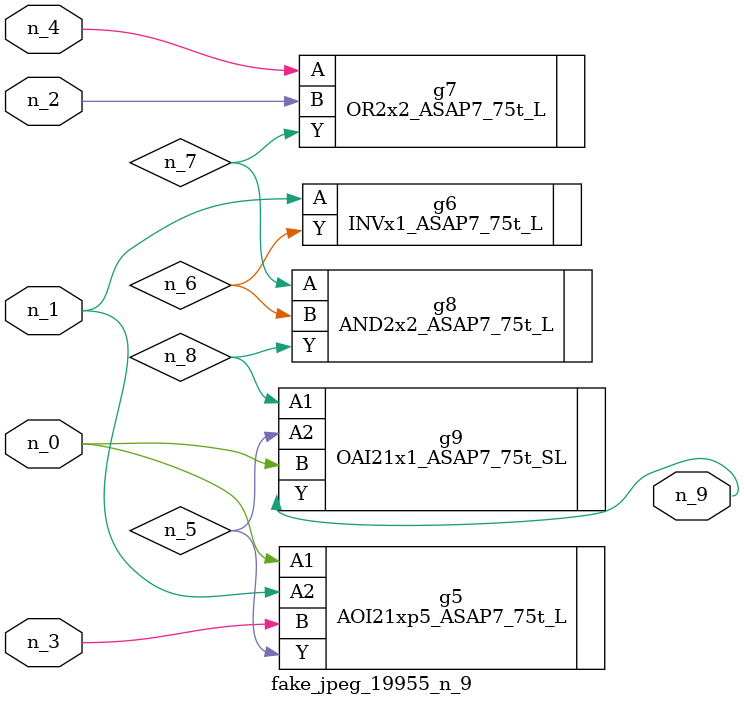
<source format=v>
module fake_jpeg_19955_n_9 (n_3, n_2, n_1, n_0, n_4, n_9);

input n_3;
input n_2;
input n_1;
input n_0;
input n_4;

output n_9;

wire n_8;
wire n_6;
wire n_5;
wire n_7;

AOI21xp5_ASAP7_75t_L g5 ( 
.A1(n_0),
.A2(n_1),
.B(n_3),
.Y(n_5)
);

INVx1_ASAP7_75t_L g6 ( 
.A(n_1),
.Y(n_6)
);

OR2x2_ASAP7_75t_L g7 ( 
.A(n_4),
.B(n_2),
.Y(n_7)
);

AND2x2_ASAP7_75t_L g8 ( 
.A(n_7),
.B(n_6),
.Y(n_8)
);

OAI21x1_ASAP7_75t_SL g9 ( 
.A1(n_8),
.A2(n_5),
.B(n_0),
.Y(n_9)
);


endmodule
</source>
